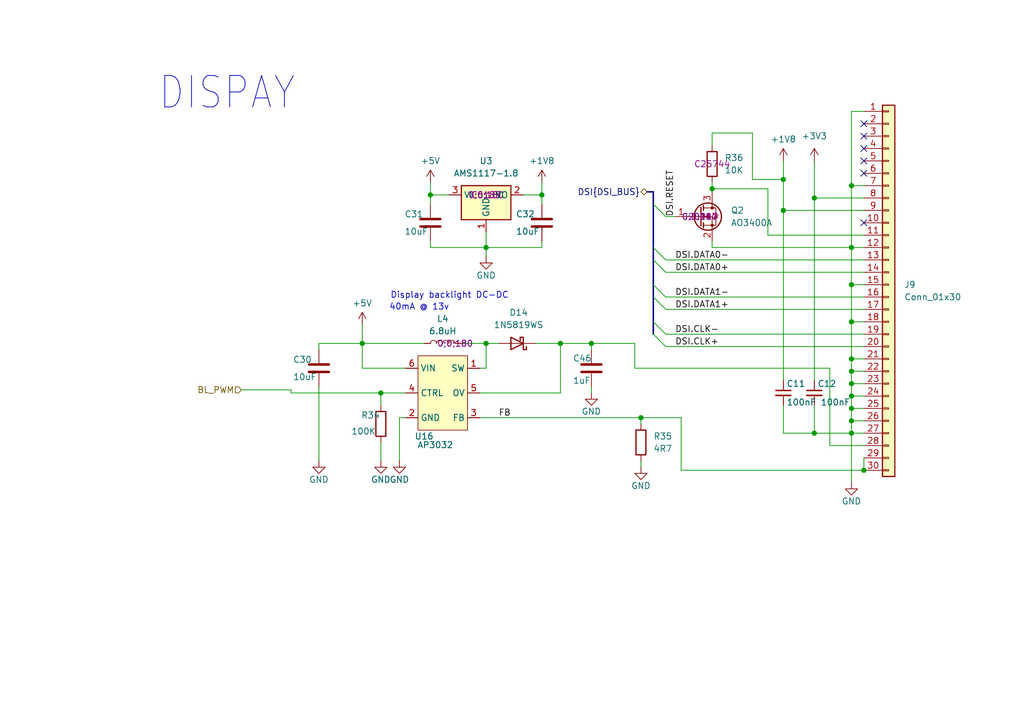
<source format=kicad_sch>
(kicad_sch (version 20250114) (generator "eeschema") (generator_version "9.0")
  (paper "A5")
  (lib_symbols
    (symbol "AP3032:AP3032"
      (property "Reference" "U" (at -7.112 0.762 0))
      (property "Value" "AP3032" (at -4.064 -1.27 0))
      (symbol "AP3032_1_1"
        (rectangle (start -7.62 -2.54) (end 2.54 -17.78) (fill (type color) (color 255 255 194 1)))
        (pin input line (at -10.16 -5.08 0) (length 2.54) (name "VIN") (number "6"))
        (pin input line (at -10.16 -10.16 0) (length 2.54) (name "CTRL") (number "4"))
        (pin input line (at -10.16 -15.24 0) (length 2.54) (name "GND") (number "2"))
        (pin input line (at 5.08 -5.08 180) (length 2.54) (name "SW") (number "1"))
        (pin input line (at 5.08 -10.16 180) (length 2.54) (name "OV") (number "5"))
        (pin input line (at 5.08 -15.24 180) (length 2.54) (name "FB") (number "3"))
      )
    )
    (symbol "Connector_Generic:Conn_01x30" (pin_names (offset 1.016) (hide yes))
      (property "Reference" "J" (at 0 38.1 0))
      (property "Value" "Conn_01x30" (at 0 -40.64 0))
      (symbol "Conn_01x30_1_1"
        (rectangle (start -1.27 36.83) (end 1.27 -39.37) (stroke (width 0.254)) (fill (type background)))
        (rectangle (start -1.27 35.687) (end 0 35.433) (stroke (width 0.1524)))
        (rectangle (start -1.27 33.147) (end 0 32.893) (stroke (width 0.1524)))
        (rectangle (start -1.27 30.607) (end 0 30.353) (stroke (width 0.1524)))
        (rectangle (start -1.27 28.067) (end 0 27.813) (stroke (width 0.1524)))
        (rectangle (start -1.27 25.527) (end 0 25.273) (stroke (width 0.1524)))
        (rectangle (start -1.27 22.987) (end 0 22.733) (stroke (width 0.1524)))
        (rectangle (start -1.27 20.447) (end 0 20.193) (stroke (width 0.1524)))
        (rectangle (start -1.27 17.907) (end 0 17.653) (stroke (width 0.1524)))
        (rectangle (start -1.27 15.367) (end 0 15.113) (stroke (width 0.1524)))
        (rectangle (start -1.27 12.827) (end 0 12.573) (stroke (width 0.1524)))
        (rectangle (start -1.27 10.287) (end 0 10.033) (stroke (width 0.1524)))
        (rectangle (start -1.27 7.747) (end 0 7.493) (stroke (width 0.1524)))
        (rectangle (start -1.27 5.207) (end 0 4.953) (stroke (width 0.1524)))
        (rectangle (start -1.27 2.667) (end 0 2.413) (stroke (width 0.1524)))
        (rectangle (start -1.27 0.127) (end 0 -0.127) (stroke (width 0.1524)))
        (rectangle (start -1.27 -2.413) (end 0 -2.667) (stroke (width 0.1524)))
        (rectangle (start -1.27 -4.953) (end 0 -5.207) (stroke (width 0.1524)))
        (rectangle (start -1.27 -7.493) (end 0 -7.747) (stroke (width 0.1524)))
        (rectangle (start -1.27 -10.033) (end 0 -10.287) (stroke (width 0.1524)))
        (rectangle (start -1.27 -12.573) (end 0 -12.827) (stroke (width 0.1524)))
        (rectangle (start -1.27 -15.113) (end 0 -15.367) (stroke (width 0.1524)))
        (rectangle (start -1.27 -17.653) (end 0 -17.907) (stroke (width 0.1524)))
        (rectangle (start -1.27 -20.193) (end 0 -20.447) (stroke (width 0.1524)))
        (rectangle (start -1.27 -22.733) (end 0 -22.987) (stroke (width 0.1524)))
        (rectangle (start -1.27 -25.273) (end 0 -25.527) (stroke (width 0.1524)))
        (rectangle (start -1.27 -27.813) (end 0 -28.067) (stroke (width 0.1524)))
        (rectangle (start -1.27 -30.353) (end 0 -30.607) (stroke (width 0.1524)))
        (rectangle (start -1.27 -32.893) (end 0 -33.147) (stroke (width 0.1524)))
        (rectangle (start -1.27 -35.433) (end 0 -35.687) (stroke (width 0.1524)))
        (rectangle (start -1.27 -37.973) (end 0 -38.227) (stroke (width 0.1524)))
        (pin passive line (at -5.08 35.56 0) (length 3.81) (name "Pin_1") (number "1"))
        (pin passive line (at -5.08 33.02 0) (length 3.81) (name "Pin_2") (number "2"))
        (pin passive line (at -5.08 30.48 0) (length 3.81) (name "Pin_3") (number "3"))
        (pin passive line (at -5.08 27.94 0) (length 3.81) (name "Pin_4") (number "4"))
        (pin passive line (at -5.08 25.4 0) (length 3.81) (name "Pin_5") (number "5"))
        (pin passive line (at -5.08 22.86 0) (length 3.81) (name "Pin_6") (number "6"))
        (pin passive line (at -5.08 20.32 0) (length 3.81) (name "Pin_7") (number "7"))
        (pin passive line (at -5.08 17.78 0) (length 3.81) (name "Pin_8") (number "8"))
        (pin passive line (at -5.08 15.24 0) (length 3.81) (name "Pin_9") (number "9"))
        (pin passive line (at -5.08 12.7 0) (length 3.81) (name "Pin_10") (number "10"))
        (pin passive line (at -5.08 10.16 0) (length 3.81) (name "Pin_11") (number "11"))
        (pin passive line (at -5.08 7.62 0) (length 3.81) (name "Pin_12") (number "12"))
        (pin passive line (at -5.08 5.08 0) (length 3.81) (name "Pin_13") (number "13"))
        (pin passive line (at -5.08 2.54 0) (length 3.81) (name "Pin_14") (number "14"))
        (pin passive line (at -5.08 0 0) (length 3.81) (name "Pin_15") (number "15"))
        (pin passive line (at -5.08 -2.54 0) (length 3.81) (name "Pin_16") (number "16"))
        (pin passive line (at -5.08 -5.08 0) (length 3.81) (name "Pin_17") (number "17"))
        (pin passive line (at -5.08 -7.62 0) (length 3.81) (name "Pin_18") (number "18"))
        (pin passive line (at -5.08 -10.16 0) (length 3.81) (name "Pin_19") (number "19"))
        (pin passive line (at -5.08 -12.7 0) (length 3.81) (name "Pin_20") (number "20"))
        (pin passive line (at -5.08 -15.24 0) (length 3.81) (name "Pin_21") (number "21"))
        (pin passive line (at -5.08 -17.78 0) (length 3.81) (name "Pin_22") (number "22"))
        (pin passive line (at -5.08 -20.32 0) (length 3.81) (name "Pin_23") (number "23"))
        (pin passive line (at -5.08 -22.86 0) (length 3.81) (name "Pin_24") (number "24"))
        (pin passive line (at -5.08 -25.4 0) (length 3.81) (name "Pin_25") (number "25"))
        (pin passive line (at -5.08 -27.94 0) (length 3.81) (name "Pin_26") (number "26"))
        (pin passive line (at -5.08 -30.48 0) (length 3.81) (name "Pin_27") (number "27"))
        (pin passive line (at -5.08 -33.02 0) (length 3.81) (name "Pin_28") (number "28"))
        (pin passive line (at -5.08 -35.56 0) (length 3.81) (name "Pin_29") (number "29"))
        (pin passive line (at -5.08 -38.1 0) (length 3.81) (name "Pin_30") (number "30"))
      )
    )
    (symbol "Device:C" (pin_numbers (hide yes)) (pin_names (offset 0.254))
      (property "Reference" "C" (at 0.635 2.54 0))
      (property "Value" "C" (at 0.635 -2.54 0))
      (symbol "C_0_1"
        (polyline (pts (xy -2.032 0.762) (xy 2.032 0.762)) (stroke (width 0.508)))
        (polyline (pts (xy -2.032 -0.762) (xy 2.032 -0.762)) (stroke (width 0.508)))
      )
      (symbol "C_1_1"
        (pin passive line (at 0 3.81 270) (length 2.794) (name "~") (number "1"))
        (pin passive line (at 0 -3.81 90) (length 2.794) (name "~") (number "2"))
      )
    )
    (symbol "Device:C_Small" (pin_numbers (hide yes)) (pin_names (offset 0.254) (hide yes))
      (property "Reference" "C" (at 0.254 1.778 0))
      (property "Value" "C_Small" (at 0.254 -2.032 0))
      (symbol "C_Small_0_1"
        (polyline (pts (xy -1.524 0.508) (xy 1.524 0.508)) (stroke (width 0.3048)))
        (polyline (pts (xy -1.524 -0.508) (xy 1.524 -0.508)) (stroke (width 0.3302)))
      )
      (symbol "C_Small_1_1"
        (pin passive line (at 0 2.54 270) (length 2.032) (name "~") (number "1"))
        (pin passive line (at 0 -2.54 90) (length 2.032) (name "~") (number "2"))
      )
    )
    (symbol "Device:D_Schottky" (pin_numbers (hide yes)) (pin_names (offset 1.016) (hide yes))
      (property "Reference" "D" (at 0 2.54 0))
      (property "Value" "D_Schottky" (at 0 -2.54 0))
      (symbol "D_Schottky_0_1"
        (polyline (pts (xy -1.905 0.635) (xy -1.905 1.27) (xy -1.27 1.27) (xy -1.27 -1.27) (xy -0.635 -1.27) (xy -0.635 -0.635)) (stroke (width 0.254)))
        (polyline (pts (xy 1.27 1.27) (xy 1.27 -1.27) (xy -1.27 0) (xy 1.27 1.27)) (stroke (width 0.254)))
        (polyline (pts (xy 1.27 0) (xy -1.27 0)))
      )
      (symbol "D_Schottky_1_1"
        (pin passive line (at -3.81 0 0) (length 2.54) (name "K") (number "1"))
        (pin passive line (at 3.81 0 180) (length 2.54) (name "A") (number "2"))
      )
    )
    (symbol "Device:L" (pin_numbers (hide yes)) (pin_names (offset 1.016) (hide yes))
      (property "Reference" "L" (at -1.27 0 90))
      (property "Value" "L" (at 1.905 0 90))
      (symbol "L_0_1"
        (arc (start 0 2.54) (mid 0.6323 1.905) (end 0 1.27))
        (arc (start 0 1.27) (mid 0.6323 0.635) (end 0 0))
        (arc (start 0 0) (mid 0.6323 -0.635) (end 0 -1.27))
        (arc (start 0 -1.27) (mid 0.6323 -1.905) (end 0 -2.54))
      )
      (symbol "L_1_1"
        (pin passive line (at 0 3.81 270) (length 1.27) (name "1") (number "1"))
        (pin passive line (at 0 -3.81 90) (length 1.27) (name "2") (number "2"))
      )
    )
    (symbol "Device:R" (pin_numbers (hide yes)) (pin_names (offset 0))
      (property "Reference" "R" (at 2.032 0 90))
      (property "Value" "R" (at 0 0 90))
      (symbol "R_0_1"
        (rectangle (start -1.016 -2.54) (end 1.016 2.54) (stroke (width 0.254)))
      )
      (symbol "R_1_1"
        (pin passive line (at 0 3.81 270) (length 1.27) (name "~") (number "1"))
        (pin passive line (at 0 -3.81 90) (length 1.27) (name "~") (number "2"))
      )
    )
    (symbol "Regulator_Linear:AMS1117-1.8"
      (property "Reference" "U" (at -3.81 3.175 0))
      (property "Value" "AMS1117-1.8" (at 0 3.175 0))
      (symbol "AMS1117-1.8_0_1"
        (rectangle (start -5.08 -5.08) (end 5.08 1.905) (stroke (width 0.254)) (fill (type background)))
      )
      (symbol "AMS1117-1.8_1_1"
        (pin power_in line (at -7.62 0 0) (length 2.54) (name "VI") (number "3"))
        (pin power_in line (at 0 -7.62 90) (length 2.54) (name "GND") (number "1"))
        (pin power_out line (at 7.62 0 180) (length 2.54) (name "VO") (number "2"))
      )
    )
    (symbol "Transistor_FET:AO3400A" (pin_names (hide yes))
      (property "Reference" "Q" (at 5.08 1.905 0))
      (property "Value" "AO3400A" (at 5.08 0 0))
      (symbol "AO3400A_0_1"
        (polyline (pts (xy 0.254 1.905) (xy 0.254 -1.905)) (stroke (width 0.254)))
        (polyline (pts (xy 0.254 0) (xy -2.54 0)))
        (polyline (pts (xy 0.762 2.286) (xy 0.762 1.27)) (stroke (width 0.254)))
        (polyline (pts (xy 0.762 0.508) (xy 0.762 -0.508)) (stroke (width 0.254)))
        (polyline (pts (xy 0.762 -1.27) (xy 0.762 -2.286)) (stroke (width 0.254)))
        (polyline (pts (xy 0.762 -1.778) (xy 3.302 -1.778) (xy 3.302 1.778) (xy 0.762 1.778)))
        (polyline (pts (xy 1.016 0) (xy 2.032 0.381) (xy 2.032 -0.381) (xy 1.016 0)) (fill (type outline)))
        (circle (center 1.651 0) (radius 2.794) (stroke (width 0.254)))
        (polyline (pts (xy 2.54 2.54) (xy 2.54 1.778)))
        (circle (center 2.54 1.778) (radius 0.254) (fill (type outline)))
        (circle (center 2.54 -1.778) (radius 0.254) (fill (type outline)))
        (polyline (pts (xy 2.54 -2.54) (xy 2.54 0) (xy 0.762 0)))
        (polyline (pts (xy 2.794 0.508) (xy 2.921 0.381) (xy 3.683 0.381) (xy 3.81 0.254)))
        (polyline (pts (xy 3.302 0.381) (xy 2.921 -0.254) (xy 3.683 -0.254) (xy 3.302 0.381)))
      )
      (symbol "AO3400A_1_1"
        (pin input line (at -5.08 0 0) (length 2.54) (name "G") (number "1"))
        (pin passive line (at 2.54 5.08 270) (length 2.54) (name "D") (number "3"))
        (pin passive line (at 2.54 -5.08 90) (length 2.54) (name "S") (number "2"))
      )
    )
    (symbol "power:+1V8" (power) (pin_numbers (hide yes)) (pin_names (offset 0) (hide yes))
      (property "Value" "+1V8" (at 0 3.556 0))
      (symbol "+1V8_0_1"
        (polyline (pts (xy -0.762 1.27) (xy 0 2.54)))
        (polyline (pts (xy 0 2.54) (xy 0.762 1.27)))
        (polyline (pts (xy 0 0) (xy 0 2.54)))
      )
      (symbol "+1V8_1_1"
        (pin power_in line (at 0 0 90) (length 0) (name "~") (number "1"))
      )
    )
    (symbol "power:+3V3" (power) (pin_numbers (hide yes)) (pin_names (offset 0) (hide yes))
      (property "Value" "+3V3" (at 0 3.556 0))
      (symbol "+3V3_0_1"
        (polyline (pts (xy -0.762 1.27) (xy 0 2.54)))
        (polyline (pts (xy 0 2.54) (xy 0.762 1.27)))
        (polyline (pts (xy 0 0) (xy 0 2.54)))
      )
      (symbol "+3V3_1_1"
        (pin power_in line (at 0 0 90) (length 0) (name "~") (number "1"))
      )
    )
    (symbol "power:+5V" (power) (pin_numbers (hide yes)) (pin_names (offset 0) (hide yes))
      (property "Value" "+5V" (at 0 3.556 0))
      (symbol "+5V_0_1"
        (polyline (pts (xy -0.762 1.27) (xy 0 2.54)))
        (polyline (pts (xy 0 2.54) (xy 0.762 1.27)))
        (polyline (pts (xy 0 0) (xy 0 2.54)))
      )
      (symbol "+5V_1_1"
        (pin power_in line (at 0 0 90) (length 0) (name "~") (number "1"))
      )
    )
    (symbol "power:GND" (power) (pin_numbers (hide yes)) (pin_names (offset 0) (hide yes))
      (property "Value" "GND" (at 0 -3.81 0))
      (symbol "GND_0_1"
        (polyline (pts (xy 0 0) (xy 0 -1.27) (xy 1.27 -1.27) (xy 0 -2.54) (xy -1.27 -1.27) (xy 0 -1.27)))
      )
      (symbol "GND_1_1"
        (pin power_in line (at 0 0 270) (length 0) (name "~") (number "1"))
      )
    )
  )
  (bus_alias "CSI_BUS" (members "RESET" "STROBE" "CLK+" "CLK-" "DATA0+" "DATA0-" "DATA1+" "DATA1-"))
  (bus_alias "DSI_BUS" (members "RESET" "VSYNC" "CLK+" "CLK-" "DATA0+" "DATA0-" "DATA1+" "DATA1-"))
  (text "40mA @ 13v" (at 85.979 63.119 0) (effects (font (size 1.27 1.27))))
  (text "Display backlight DC-DC" (at 92.202 60.706 0) (effects (font (size 1.27 1.27))))
  (text "DISPAY" (at 32.385 22.987 0) (effects (font (size 6.4516 5.4838)) (justify left bottom)))
  (junction (at 167.005 88.9))
  (junction (at 174.625 83.82))
  (junction (at 121.285 70.485))
  (junction (at 111.125 40.005))
  (junction (at 174.625 73.66))
  (junction (at 174.625 86.36))
  (junction (at 174.625 38.1))
  (junction (at 99.695 70.485))
  (junction (at 114.935 70.485))
  (junction (at 88.265 40.005))
  (junction (at 131.445 85.725))
  (junction (at 174.625 78.74))
  (junction (at 99.695 50.8))
  (junction (at 174.625 50.8))
  (junction (at 174.625 66.04))
  (junction (at 177.165 96.52))
  (junction (at 74.295 70.485))
  (junction (at 146.05 38.735))
  (junction (at 167.005 40.64))
  (junction (at 174.625 88.9))
  (junction (at 78.105 80.645))
  (junction (at 160.655 43.18))
  (junction (at 174.625 81.28))
  (junction (at 174.625 58.42))
  (junction (at 160.655 36.83))
  (junction (at 174.625 76.2))
  (no_connect (at 177.165 35.56))
  (no_connect (at 177.165 25.4))
  (no_connect (at 177.165 27.94))
  (no_connect (at 177.165 33.02))
  (no_connect (at 177.165 45.72))
  (no_connect (at 177.165 30.48))
  (bus_entry (at 133.985 53.34) (size 2.54 2.54))
  (bus_entry (at 133.985 66.04) (size 2.54 2.54))
  (bus_entry (at 133.985 58.42) (size 2.54 2.54))
  (bus_entry (at 133.985 50.8) (size 2.54 2.54))
  (bus_entry (at 133.985 68.58) (size 2.54 2.54))
  (bus_entry (at 133.985 41.91) (size 2.54 2.54))
  (bus_entry (at 133.985 60.96) (size 2.54 2.54))
  (wire (pts (xy 174.625 86.36) (xy 177.165 86.36)))
  (wire (pts (xy 139.7 96.52) (xy 177.165 96.52)))
  (wire (pts (xy 174.625 81.28) (xy 177.165 81.28)))
  (wire (pts (xy 98.425 85.725) (xy 131.445 85.725)))
  (wire (pts (xy 146.05 27.305) (xy 154.305 27.305)))
  (wire (pts (xy 160.655 43.18) (xy 160.655 78.105)))
  (wire (pts (xy 107.315 40.005) (xy 111.125 40.005)))
  (wire (pts (xy 114.935 80.645) (xy 98.425 80.645)))
  (wire (pts (xy 74.295 70.485) (xy 74.295 75.565)))
  (wire (pts (xy 174.625 22.86) (xy 174.625 38.1)))
  (wire (pts (xy 160.655 88.9) (xy 167.005 88.9)))
  (wire (pts (xy 174.625 88.9) (xy 177.165 88.9)))
  (wire (pts (xy 146.05 38.735) (xy 157.48 38.735)))
  (wire (pts (xy 167.005 33.02) (xy 167.005 40.64)))
  (wire (pts (xy 146.05 38.735) (xy 146.05 39.37)))
  (wire (pts (xy 88.265 49.53) (xy 88.265 50.8)))
  (wire (pts (xy 111.125 40.005) (xy 111.125 41.91)))
  (wire (pts (xy 121.285 70.485) (xy 130.175 70.485)))
  (bus (pts (xy 133.985 50.8) (xy 133.985 53.34)))
  (wire (pts (xy 136.525 55.88) (xy 177.165 55.88)))
  (wire (pts (xy 81.915 85.725) (xy 81.915 94.615)))
  (wire (pts (xy 111.125 37.465) (xy 111.125 40.005)))
  (wire (pts (xy 177.165 48.26) (xy 157.48 48.26)))
  (wire (pts (xy 78.105 94.615) (xy 78.105 90.805)))
  (wire (pts (xy 174.625 81.28) (xy 174.625 83.82)))
  (wire (pts (xy 78.105 80.645) (xy 83.185 80.645)))
  (bus (pts (xy 133.985 58.42) (xy 133.985 60.96)))
  (wire (pts (xy 174.625 76.2) (xy 177.165 76.2)))
  (wire (pts (xy 136.525 71.12) (xy 177.165 71.12)))
  (wire (pts (xy 111.125 50.8) (xy 99.695 50.8)))
  (wire (pts (xy 160.655 43.18) (xy 177.165 43.18)))
  (wire (pts (xy 136.525 60.96) (xy 177.165 60.96)))
  (wire (pts (xy 170.18 75.565) (xy 170.18 91.44)))
  (wire (pts (xy 146.05 37.465) (xy 146.05 38.735)))
  (wire (pts (xy 174.625 86.36) (xy 174.625 88.9)))
  (wire (pts (xy 174.625 58.42) (xy 174.625 66.04)))
  (wire (pts (xy 136.525 68.58) (xy 177.165 68.58)))
  (wire (pts (xy 154.305 27.305) (xy 154.305 36.83)))
  (wire (pts (xy 167.005 83.185) (xy 167.005 88.9)))
  (bus (pts (xy 133.985 60.96) (xy 133.985 66.04)))
  (wire (pts (xy 174.625 58.42) (xy 177.165 58.42)))
  (wire (pts (xy 59.69 80.01) (xy 59.69 80.645)))
  (wire (pts (xy 174.625 73.66) (xy 177.165 73.66)))
  (wire (pts (xy 154.305 36.83) (xy 160.655 36.83)))
  (wire (pts (xy 131.445 85.725) (xy 131.445 86.995)))
  (wire (pts (xy 174.625 78.74) (xy 177.165 78.74)))
  (wire (pts (xy 65.405 70.485) (xy 65.405 71.755)))
  (wire (pts (xy 174.625 66.04) (xy 177.165 66.04)))
  (wire (pts (xy 74.295 75.565) (xy 83.185 75.565)))
  (wire (pts (xy 146.05 49.53) (xy 146.05 50.8)))
  (wire (pts (xy 177.165 93.98) (xy 177.165 96.52)))
  (wire (pts (xy 167.005 40.64) (xy 167.005 78.105)))
  (wire (pts (xy 131.445 85.725) (xy 139.7 85.725)))
  (wire (pts (xy 99.695 50.8) (xy 99.695 47.625)))
  (wire (pts (xy 49.53 80.01) (xy 59.69 80.01)))
  (wire (pts (xy 111.125 49.53) (xy 111.125 50.8)))
  (wire (pts (xy 65.405 79.375) (xy 65.405 94.615)))
  (wire (pts (xy 160.655 33.02) (xy 160.655 36.83)))
  (bus (pts (xy 133.985 39.37) (xy 133.985 41.91)))
  (bus (pts (xy 133.985 41.91) (xy 133.985 50.8)))
  (wire (pts (xy 130.175 70.485) (xy 130.175 75.565)))
  (wire (pts (xy 174.625 66.04) (xy 174.625 73.66)))
  (wire (pts (xy 160.655 36.83) (xy 160.655 43.18)))
  (wire (pts (xy 174.625 83.82) (xy 174.625 86.36)))
  (wire (pts (xy 174.625 73.66) (xy 174.625 76.2)))
  (wire (pts (xy 174.625 50.8) (xy 177.165 50.8)))
  (wire (pts (xy 114.935 70.485) (xy 114.935 80.645)))
  (wire (pts (xy 170.18 91.44) (xy 177.165 91.44)))
  (wire (pts (xy 99.695 70.485) (xy 102.235 70.485)))
  (wire (pts (xy 174.625 76.2) (xy 174.625 78.74)))
  (wire (pts (xy 74.295 70.485) (xy 86.995 70.485)))
  (wire (pts (xy 174.625 88.9) (xy 174.625 99.06)))
  (wire (pts (xy 136.525 53.34) (xy 177.165 53.34)))
  (wire (pts (xy 130.175 75.565) (xy 170.18 75.565)))
  (wire (pts (xy 121.285 80.645) (xy 121.285 79.375)))
  (wire (pts (xy 136.525 63.5) (xy 177.165 63.5)))
  (wire (pts (xy 177.165 22.86) (xy 174.625 22.86)))
  (wire (pts (xy 88.265 37.465) (xy 88.265 40.005)))
  (wire (pts (xy 174.625 38.1) (xy 174.625 50.8)))
  (wire (pts (xy 174.625 83.82) (xy 177.165 83.82)))
  (wire (pts (xy 98.425 75.565) (xy 99.695 75.565)))
  (wire (pts (xy 167.005 88.9) (xy 174.625 88.9)))
  (wire (pts (xy 146.05 29.845) (xy 146.05 27.305)))
  (wire (pts (xy 99.695 70.485) (xy 99.695 75.565)))
  (wire (pts (xy 65.405 70.485) (xy 74.295 70.485)))
  (wire (pts (xy 157.48 38.735) (xy 157.48 48.26)))
  (wire (pts (xy 136.525 44.45) (xy 138.43 44.45)))
  (bus (pts (xy 133.985 53.34) (xy 133.985 58.42)))
  (wire (pts (xy 174.625 50.8) (xy 174.625 58.42)))
  (wire (pts (xy 74.295 66.675) (xy 74.295 70.485)))
  (wire (pts (xy 99.695 50.8) (xy 99.695 52.705)))
  (wire (pts (xy 59.69 80.645) (xy 78.105 80.645)))
  (wire (pts (xy 109.855 70.485) (xy 114.935 70.485)))
  (wire (pts (xy 88.265 50.8) (xy 99.695 50.8)))
  (bus (pts (xy 132.715 39.37) (xy 133.985 39.37)))
  (wire (pts (xy 174.625 38.1) (xy 177.165 38.1)))
  (wire (pts (xy 78.105 83.185) (xy 78.105 80.645)))
  (wire (pts (xy 167.005 40.64) (xy 177.165 40.64)))
  (wire (pts (xy 88.265 40.005) (xy 88.265 41.91)))
  (bus (pts (xy 133.985 66.04) (xy 133.985 68.58)))
  (wire (pts (xy 174.625 78.74) (xy 174.625 81.28)))
  (wire (pts (xy 81.915 85.725) (xy 83.185 85.725)))
  (wire (pts (xy 131.445 94.615) (xy 131.445 95.885)))
  (wire (pts (xy 146.05 50.8) (xy 174.625 50.8)))
  (wire (pts (xy 88.265 40.005) (xy 92.075 40.005)))
  (wire (pts (xy 94.615 70.485) (xy 99.695 70.485)))
  (wire (pts (xy 114.935 70.485) (xy 121.285 70.485)))
  (wire (pts (xy 121.285 70.485) (xy 121.285 71.755)))
  (wire (pts (xy 139.7 96.52) (xy 139.7 85.725)))
  (wire (pts (xy 160.655 83.185) (xy 160.655 88.9)))
  (label "DSI.DATA1+" (at 138.43 63.5 0))
  (label "DSI.CLK+" (at 138.43 71.12 0))
  (label "DSI.RESET" (at 138.43 44.45 90))
  (label "DSI.DATA0+" (at 138.43 55.88 0))
  (label "FB" (at 102.235 85.725 0))
  (label "DSI.DATA1-" (at 138.43 60.96 0))
  (label "DSI.DATA0-" (at 138.43 53.34 0))
  (label "DSI.CLK-" (at 138.43 68.58 0))
  (hierarchical_label "DSI{DSI_BUS}" (shape bidirectional) (at 132.715 39.37 180))
  (hierarchical_label "BL_PWM" (shape input) (at 49.53 80.01 180))
  (symbol (lib_id "Device:R") (at 131.445 90.805 0) (unit 1)
    (property "Reference" "R35" (at 133.985 89.5349 0) (effects (justify left)))
    (property "Value" "4R7" (at 133.985 92.0749 0) (effects (justify left)))
    (property "Footprint" "Resistor_SMD:R_0402_1005Metric" (effects (hide yes)))
    (property "Description" "Resistor" (effects (hide yes)))
    (property "LCSC" "C25121" (effects (hide yes)))
  )
  (symbol (lib_id "power:GND") (at 121.285 80.645 0) (unit 1)
    (property "Reference" "#PWR080" (effects (hide yes)))
    (property "Value" "GND" (at 121.285 84.455 0))
    (property "Description" "Power symbol creates a global label with name \"GND\" , ground" (effects (hide yes)))
  )
  (symbol (lib_id "Device:C") (at 121.285 75.565 0) (unit 1)
    (property "Reference" "C46" (at 117.475 73.533 0) (effects (justify left)))
    (property "Value" "1uF" (at 117.475 78.105 0) (effects (justify left)))
    (property "Footprint" "Capacitor_SMD:C_0402_1005Metric" (effects (hide yes)))
    (property "Description" "Unpolarized capacitor" (effects (hide yes)))
    (property "LCSC" "C52923" (effects (hide yes)))
  )
  (symbol (lib_id "Device:C") (at 65.405 75.565 0) (unit 1)
    (property "Reference" "C30" (at 60.071 73.787 0) (effects (justify left)))
    (property "Value" "10uF" (at 60.071 77.343 0) (effects (justify left)))
    (property "Footprint" "Capacitor_SMD:C_0603_1608Metric" (effects (hide yes)))
    (property "Description" "Unpolarized capacitor" (effects (hide yes)))
    (property "LCSC" "C96446" (effects (hide yes)))
  )
  (symbol (lib_id "power:GND") (at 131.445 95.885 0) (unit 1)
    (property "Reference" "#PWR081" (effects (hide yes)))
    (property "Value" "GND" (at 131.445 99.695 0))
    (property "Description" "Power symbol creates a global label with name \"GND\" , ground" (effects (hide yes)))
  )
  (symbol (lib_id "power:GND") (at 78.105 94.615 0) (unit 1)
    (property "Reference" "#PWR051" (effects (hide yes)))
    (property "Value" "GND" (at 78.105 98.425 0))
    (property "Description" "Power symbol creates a global label with name \"GND\" , ground" (effects (hide yes)))
  )
  (symbol (lib_id "Connector_Generic:Conn_01x30") (at 182.245 58.42 0) (unit 1)
    (property "Reference" "J9" (at 185.42 58.4199 0) (effects (justify left)))
    (property "Value" "Conn_01x30" (at 185.42 60.9599 0) (effects (justify left)))
    (property "Footprint" "FPC:AFC30" (effects (hide yes)))
    (property "Description" "Generic connector, single row, 01x30, script generated (kicad-library-utils/schlib/autogen/connector/)" (effects (hide yes)))
    (property "LCSC" "C262569" (effects (hide yes)))
  )
  (symbol (lib_id "Device:D_Schottky") (at 106.045 70.485 180) (unit 1)
    (property "Reference" "D14" (at 106.3625 64.135 0))
    (property "Value" "1N5819WS" (at 106.3625 66.675 0))
    (property "Footprint" "Diode_SMD:D_SOD-323" (effects (hide yes)))
    (property "Description" "Schottky diode" (effects (hide yes)))
    (property "LCSC" "C191023" (effects (hide yes)))
  )
  (symbol (lib_id "Regulator_Linear:AMS1117-1.8") (at 99.695 40.005 0) (unit 1)
    (property "Reference" "U3" (at 99.695 33.02 0))
    (property "Value" "AMS1117-1.8" (at 99.695 35.56 0))
    (property "Footprint" "Package_TO_SOT_SMD:SOT-223-3_TabPin2" (effects (hide yes)))
    (property "Datasheet" "http://www.advanced-monolithic.com/pdf/ds1117.pdf" (effects (hide yes)))
    (property "Description" "1A Low Dropout regulator, positive, 1.8V fixed output, SOT-223" (effects (hide yes)))
    (property "LCSC" "C6185" (at 99.695 40.005 0))
    (property "JLCPCB_CORRECTION" "0;0;180" (at 99.695 40.005 0))
  )
  (symbol (lib_id "AP3032:AP3032") (at 93.345 70.485 0) (unit 1)
    (property "Reference" "U16" (at 86.995 89.535 0))
    (property "Value" "AP3032" (at 89.281 91.313 0))
    (property "Footprint" "Package_TO_SOT_SMD:SOT-23-6_Handsoldering" (effects (hide yes)))
    (property "LCSC" "C264086" (effects (hide yes)))
    (property "JLCPCB_CORRECTION" "0;0;180" (at 93.345 70.485 0))
  )
  (symbol (lib_id "power:+5V") (at 88.265 37.465 0) (unit 1)
    (property "Reference" "#PWR047" (effects (hide yes)))
    (property "Value" "+5V" (at 88.265 33.02 0))
    (property "Description" "Power symbol creates a global label with name \"+5V\"" (effects (hide yes)))
  )
  (symbol (lib_id "Device:C") (at 88.265 45.72 0) (unit 1)
    (property "Reference" "C31" (at 82.931 43.942 0) (effects (justify left)))
    (property "Value" "10uF" (at 82.931 47.498 0) (effects (justify left)))
    (property "Footprint" "Capacitor_SMD:C_0603_1608Metric" (effects (hide yes)))
    (property "Description" "Unpolarized capacitor" (effects (hide yes)))
    (property "LCSC" "C96446" (effects (hide yes)))
  )
  (symbol (lib_id "power:GND") (at 81.915 94.615 0) (unit 1)
    (property "Reference" "#PWR078" (effects (hide yes)))
    (property "Value" "GND" (at 81.915 98.425 0))
    (property "Description" "Power symbol creates a global label with name \"GND\" , ground" (effects (hide yes)))
  )
  (symbol (lib_id "Device:C_Small") (at 167.005 80.645 0) (unit 1)
    (property "Reference" "C12" (at 167.64 78.74 0) (effects (justify left)))
    (property "Value" "100nF" (at 168.275 82.55 0) (effects (justify left)))
    (property "Footprint" "Capacitor_SMD:C_0402_1005Metric" (effects (hide yes)))
    (property "Description" "Unpolarized capacitor, small symbol" (effects (hide yes)))
    (property "LCSC" "C307331" (effects (hide yes)))
  )
  (symbol (lib_id "power:GND") (at 99.695 52.705 0) (unit 1)
    (property "Reference" "#PWR082" (effects (hide yes)))
    (property "Value" "GND" (at 99.695 56.515 0))
    (property "Description" "Power symbol creates a global label with name \"GND\" , ground" (effects (hide yes)))
  )
  (symbol (lib_id "power:+5V") (at 74.295 66.675 0) (unit 1)
    (property "Reference" "#PWR038" (effects (hide yes)))
    (property "Value" "+5V" (at 74.295 62.23 0))
    (property "Description" "Power symbol creates a global label with name \"+5V\"" (effects (hide yes)))
  )
  (symbol (lib_id "Device:L") (at 90.805 70.485 90) (unit 1)
    (property "Reference" "L4" (at 90.805 65.405 90))
    (property "Value" "6.8uH" (at 90.805 67.945 90))
    (property "Footprint" "Inductor_SMD:L_Vishay_IFSC-1515AH_4x4x1.8mm" (effects (hide yes)))
    (property "Description" "Inductor" (effects (hide yes)))
    (property "LCSC" "C2050220" (effects (hide yes)))
  )
  (symbol (lib_id "power:GND") (at 174.625 99.06 0) (unit 1)
    (property "Reference" "#PWR083" (effects (hide yes)))
    (property "Value" "GND" (at 174.625 102.87 0))
    (property "Description" "Power symbol creates a global label with name \"GND\" , ground" (effects (hide yes)))
  )
  (symbol (lib_id "Device:C") (at 111.125 45.72 0) (unit 1)
    (property "Reference" "C32" (at 105.791 43.942 0) (effects (justify left)))
    (property "Value" "10uF" (at 105.791 47.498 0) (effects (justify left)))
    (property "Footprint" "Capacitor_SMD:C_0603_1608Metric" (effects (hide yes)))
    (property "Description" "Unpolarized capacitor" (effects (hide yes)))
    (property "LCSC" "C96446" (effects (hide yes)))
  )
  (symbol (lib_id "Device:R") (at 78.105 86.995 0) (unit 1)
    (property "Reference" "R34" (at 74.041 85.217 0) (effects (justify left)))
    (property "Value" "100K" (at 72.009 88.519 0) (effects (justify left)))
    (property "Footprint" "Resistor_SMD:R_0402_1005Metric" (effects (hide yes)))
    (property "Description" "Resistor" (effects (hide yes)))
    (property "LCSC" "C25741" (effects (hide yes)))
  )
  (symbol (lib_id "Device:R") (at 146.05 33.655 0) (unit 1)
    (property "Reference" "R36" (at 148.59 32.3849 0) (effects (justify left)))
    (property "Value" "10K" (at 148.59 34.9249 0) (effects (justify left)))
    (property "Footprint" "Resistor_SMD:R_0402_1005Metric" (effects (hide yes)))
    (property "Description" "Resistor" (effects (hide yes)))
    (property "LCSC" "C25744" (at 146.05 33.655 0))
  )
  (symbol (lib_id "power:+1V8") (at 160.655 33.02 0) (unit 1)
    (property "Reference" "#PWR049" (effects (hide yes)))
    (property "Value" "+1V8" (at 160.655 28.575 0))
    (property "Description" "Power symbol creates a global label with name \"+1V8\"" (effects (hide yes)))
  )
  (symbol (lib_id "Transistor_FET:AO3400A") (at 143.51 44.45 0) (unit 1)
    (property "Reference" "Q2" (at 149.86 43.1799 0) (effects (justify left)))
    (property "Value" "AO3400A" (at 149.86 45.7199 0) (effects (justify left)))
    (property "Footprint" "Package_TO_SOT_SMD:SOT-23" (effects (hide yes)))
    (property "Datasheet" "http://www.aosmd.com/pdfs/datasheet/AO3400A.pdf" (effects (hide yes)))
    (property "Description" "30V Vds, 5.7A Id, N-Channel MOSFET, SOT-23" (effects (hide yes)))
    (property "LCSC" "C20917" (at 143.51 44.45 0))
    (property "JLCPCB_CORRECTION" "0;0;180" (at 143.51 44.45 0))
  )
  (symbol (lib_id "power:+1V8") (at 111.125 37.465 0) (unit 1)
    (property "Reference" "#PWR048" (effects (hide yes)))
    (property "Value" "+1V8" (at 111.125 33.02 0))
    (property "Description" "Power symbol creates a global label with name \"+1V8\"" (effects (hide yes)))
  )
  (symbol (lib_id "Device:C_Small") (at 160.655 80.645 0) (unit 1)
    (property "Reference" "C11" (at 161.29 78.74 0) (effects (justify left)))
    (property "Value" "100nF" (at 161.29 82.55 0) (effects (justify left)))
    (property "Footprint" "Capacitor_SMD:C_0402_1005Metric" (effects (hide yes)))
    (property "Description" "Unpolarized capacitor, small symbol" (effects (hide yes)))
    (property "LCSC" "C307331" (effects (hide yes)))
  )
  (symbol (lib_id "power:+3V3") (at 167.005 33.02 0) (unit 1)
    (property "Reference" "#PWR052" (effects (hide yes)))
    (property "Value" "+3V3" (at 167.005 27.94 0))
    (property "Description" "Power symbol creates a global label with name \"+3V3\"" (effects (hide yes)))
  )
  (symbol (lib_id "power:GND") (at 65.405 94.615 0) (unit 1)
    (property "Reference" "#PWR037" (effects (hide yes)))
    (property "Value" "GND" (at 65.405 98.425 0))
    (property "Description" "Power symbol creates a global label with name \"GND\" , ground" (effects (hide yes)))
  )
)
</source>
